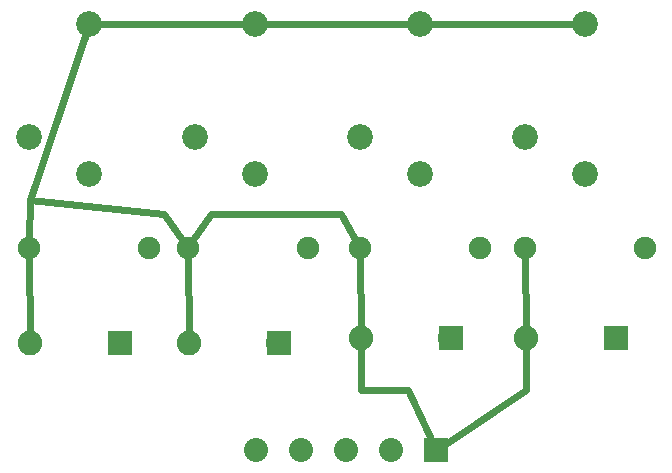
<source format=gtl>
G04 MADE WITH FRITZING*
G04 WWW.FRITZING.ORG*
G04 DOUBLE SIDED*
G04 HOLES PLATED*
G04 CONTOUR ON CENTER OF CONTOUR VECTOR*
%ASAXBY*%
%FSLAX23Y23*%
%MOIN*%
%OFA0B0*%
%SFA1.0B1.0*%
%ADD10C,0.075000*%
%ADD11C,0.082000*%
%ADD12C,0.086000*%
%ADD13C,0.080000*%
%ADD14R,0.082000X0.082000*%
%ADD15R,0.080000X0.080000*%
%ADD16C,0.024000*%
%LNCOPPER1*%
G90*
G70*
G54D10*
X193Y788D03*
X593Y788D03*
X722Y788D03*
X1122Y788D03*
X1295Y788D03*
X1695Y788D03*
X1846Y788D03*
X2246Y788D03*
G54D11*
X495Y473D03*
X197Y473D03*
X1024Y473D03*
X726Y473D03*
X2149Y488D03*
X1851Y488D03*
X1598Y488D03*
X1300Y488D03*
G54D12*
X945Y1536D03*
X945Y1036D03*
X745Y1158D03*
X394Y1536D03*
X394Y1036D03*
X193Y1158D03*
X1497Y1536D03*
X1497Y1036D03*
X1296Y1158D03*
X2048Y1536D03*
X2048Y1036D03*
X1847Y1158D03*
G54D13*
X1549Y116D03*
X1399Y116D03*
X1249Y116D03*
X1099Y116D03*
X949Y116D03*
G54D14*
X496Y473D03*
X1025Y473D03*
X2150Y488D03*
X1599Y488D03*
G54D15*
X1549Y116D03*
G54D16*
X726Y505D02*
X722Y759D01*
D02*
X1282Y813D02*
X1233Y903D01*
D02*
X1233Y903D02*
X801Y903D01*
D02*
X801Y903D02*
X738Y811D01*
D02*
X1299Y520D02*
X1296Y759D01*
D02*
X1536Y145D02*
X1458Y316D01*
D02*
X1851Y316D02*
X1575Y133D01*
D02*
X1851Y456D02*
X1851Y316D01*
D02*
X193Y817D02*
X196Y947D01*
D02*
X196Y947D02*
X644Y903D01*
D02*
X644Y903D02*
X706Y812D01*
D02*
X197Y505D02*
X193Y759D01*
D02*
X383Y1501D02*
X196Y947D01*
D02*
X909Y1536D02*
X393Y1536D01*
D02*
X1460Y1536D02*
X982Y1536D01*
D02*
X2011Y1536D02*
X1533Y1536D01*
D02*
X1847Y759D02*
X1850Y520D01*
D02*
X393Y1536D02*
X196Y947D01*
D02*
X1458Y316D02*
X1299Y316D01*
D02*
X1299Y316D02*
X1300Y456D01*
G04 End of Copper1*
M02*
</source>
